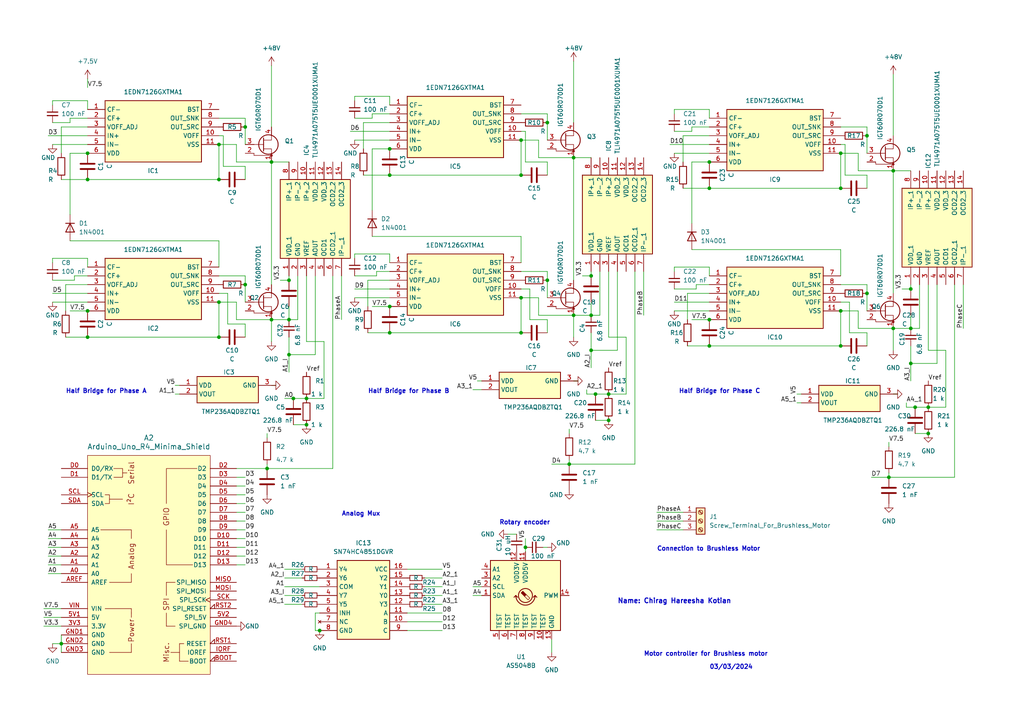
<source format=kicad_sch>
(kicad_sch (version 20230121) (generator eeschema)
  (paper "A4")
  (junction (at 243.84 44.45))
  (junction (at 205.74 54.61))
  (junction (at 264.16 83.82))
  (junction (at 176.53 121.92))
  (junction (at 259.08 49.53))
  (junction (at 92.71 182.88))
  (junction (at 83.82 81.28))
  (junction (at 176.53 114.3))
  (junction (at 269.24 125.73))
  (junction (at 166.37 45.72))
  (junction (at 265.43 118.11))
  (junction (at 63.5 41.91))
  (junction (at 113.03 50.8))
  (junction (at 171.45 91.44))
  (junction (at 63.5 97.79))
  (junction (at 171.45 80.01))
  (junction (at 264.16 105.41))
  (junction (at 25.4 90.17))
  (junction (at 243.84 100.33))
  (junction (at 83.82 102.87))
  (junction (at 205.74 46.99))
  (junction (at 77.47 135.89))
  (junction (at 78.74 46.99))
  (junction (at 243.84 90.17))
  (junction (at 71.12 82.55))
  (junction (at 166.37 91.44))
  (junction (at 264.16 95.25))
  (junction (at 83.82 92.71))
  (junction (at 172.72 114.3))
  (junction (at 259.08 95.25))
  (junction (at 151.13 50.8))
  (junction (at 151.13 86.36))
  (junction (at 165.1 134.62))
  (junction (at 113.03 96.52))
  (junction (at 152.4 158.75))
  (junction (at 205.74 92.71))
  (junction (at 25.4 52.07))
  (junction (at 257.81 138.43))
  (junction (at 251.46 39.37))
  (junction (at 78.74 92.71))
  (junction (at 171.45 101.6))
  (junction (at 151.13 96.52))
  (junction (at 25.4 97.79))
  (junction (at 113.03 43.18))
  (junction (at 63.5 52.07))
  (junction (at 25.4 44.45))
  (junction (at 85.09 115.57))
  (junction (at 63.5 87.63))
  (junction (at 251.46 85.09))
  (junction (at 88.9 115.57))
  (junction (at 243.84 54.61))
  (junction (at 158.75 81.28))
  (junction (at 113.03 88.9))
  (junction (at 88.9 123.19))
  (junction (at 205.74 100.33))
  (junction (at 158.75 35.56))
  (junction (at 269.24 118.11))
  (junction (at 17.78 186.69))
  (junction (at 71.12 36.83))
  (junction (at 151.13 40.64))
  (wire (pts (xy 266.7 82.55) (xy 266.7 95.25)))
  (wire (pts (xy 153.67 92.71) (xy 158.75 92.71)))
  (wire (pts (xy 251.46 50.8) (xy 251.46 54.61)))
  (wire (pts (xy 200.66 72.39) (xy 243.84 72.39)))
  (wire (pts (xy 200.66 36.83) (xy 205.74 36.83)))
  (wire (pts (xy 199.39 85.09) (xy 205.74 85.09)))
  (wire (pts (xy 251.46 82.55) (xy 251.46 85.09)))
  (wire (pts (xy 166.37 45.72) (xy 156.21 45.72)))
  (wire (pts (xy 190.5 151.13) (xy 198.12 151.13)))
  (wire (pts (xy 251.46 36.83) (xy 251.46 39.37)))
  (wire (pts (xy 274.32 118.11) (xy 274.32 101.6)))
  (wire (pts (xy 17.78 52.07) (xy 25.4 52.07)))
  (wire (pts (xy 77.47 125.73) (xy 77.47 127)))
  (wire (pts (xy 20.32 90.17) (xy 25.4 90.17)))
  (wire (pts (xy 264.16 82.55) (xy 264.16 83.82)))
  (wire (pts (xy 274.32 101.6) (xy 269.24 101.6)))
  (wire (pts (xy 113.03 30.48) (xy 113.03 27.94)))
  (wire (pts (xy 83.82 92.71) (xy 78.74 92.71)))
  (wire (pts (xy 251.46 85.09) (xy 251.46 90.17)))
  (wire (pts (xy 166.37 17.78) (xy 166.37 35.56)))
  (wire (pts (xy 171.45 101.6) (xy 179.07 101.6)))
  (wire (pts (xy 78.74 19.05) (xy 78.74 36.83)))
  (wire (pts (xy 205.74 31.75) (xy 195.58 31.75)))
  (wire (pts (xy 68.58 146.05) (xy 71.12 146.05)))
  (wire (pts (xy 245.11 50.8) (xy 251.46 50.8)))
  (wire (pts (xy 50.8 111.76) (xy 52.07 111.76)))
  (wire (pts (xy 20.32 34.29) (xy 20.32 35.56)))
  (wire (pts (xy 71.12 80.01) (xy 71.12 82.55)))
  (wire (pts (xy 83.82 102.87) (xy 83.82 107.95)))
  (wire (pts (xy 262.89 118.11) (xy 265.43 118.11)))
  (wire (pts (xy 259.08 95.25) (xy 259.08 101.6)))
  (wire (pts (xy 20.32 44.45) (xy 25.4 44.45)))
  (wire (pts (xy 21.59 80.01) (xy 25.4 80.01)))
  (wire (pts (xy 170.18 114.3) (xy 172.72 114.3)))
  (wire (pts (xy 198.12 39.37) (xy 205.74 39.37)))
  (wire (pts (xy 86.36 80.01) (xy 86.36 92.71)))
  (wire (pts (xy 107.95 60.96) (xy 107.95 43.18)))
  (wire (pts (xy 200.66 46.99) (xy 205.74 46.99)))
  (wire (pts (xy 63.5 85.09) (xy 66.04 85.09)))
  (wire (pts (xy 12.7 179.07) (xy 17.78 179.07)))
  (wire (pts (xy 83.82 88.9) (xy 83.82 92.71)))
  (wire (pts (xy 231.14 114.3) (xy 232.41 114.3)))
  (wire (pts (xy 195.58 77.47) (xy 195.58 78.74)))
  (wire (pts (xy 181.61 114.3) (xy 181.61 97.79)))
  (wire (pts (xy 179.07 101.6) (xy 179.07 78.74)))
  (wire (pts (xy 123.19 175.26) (xy 128.27 175.26)))
  (wire (pts (xy 68.58 161.29) (xy 71.12 161.29)))
  (wire (pts (xy 151.13 38.1) (xy 152.4 38.1)))
  (wire (pts (xy 20.32 35.56) (xy 15.24 35.56)))
  (wire (pts (xy 170.18 113.03) (xy 170.18 114.3)))
  (wire (pts (xy 243.84 72.39) (xy 243.84 80.01)))
  (wire (pts (xy 251.46 39.37) (xy 251.46 44.45)))
  (wire (pts (xy 166.37 91.44) (xy 156.21 91.44)))
  (wire (pts (xy 68.58 41.91) (xy 63.5 41.91)))
  (wire (pts (xy 279.4 82.55) (xy 279.4 95.25)))
  (wire (pts (xy 137.16 113.03) (xy 139.7 113.03)))
  (wire (pts (xy 19.05 97.79) (xy 25.4 97.79)))
  (wire (pts (xy 17.78 36.83) (xy 25.4 36.83)))
  (wire (pts (xy 71.12 34.29) (xy 71.12 36.83)))
  (wire (pts (xy 151.13 68.58) (xy 151.13 76.2)))
  (wire (pts (xy 13.97 39.37) (xy 25.4 39.37)))
  (wire (pts (xy 205.74 54.61) (xy 243.84 54.61)))
  (wire (pts (xy 166.37 110.49) (xy 167.64 110.49)))
  (wire (pts (xy 194.31 41.91) (xy 205.74 41.91)))
  (wire (pts (xy 201.93 82.55) (xy 205.74 82.55)))
  (wire (pts (xy 118.11 177.8) (xy 128.27 177.8)))
  (wire (pts (xy 68.58 138.43) (xy 71.12 138.43)))
  (wire (pts (xy 21.59 80.01) (xy 21.59 81.28)))
  (wire (pts (xy 64.77 48.26) (xy 71.12 48.26)))
  (wire (pts (xy 101.6 38.1) (xy 113.03 38.1)))
  (wire (pts (xy 171.45 87.63) (xy 171.45 91.44)))
  (wire (pts (xy 99.06 80.01) (xy 99.06 92.71)))
  (wire (pts (xy 68.58 151.13) (xy 71.12 151.13)))
  (wire (pts (xy 25.4 74.93) (xy 25.4 77.47)))
  (wire (pts (xy 151.13 83.82) (xy 153.67 83.82)))
  (wire (pts (xy 269.24 101.6) (xy 269.24 82.55)))
  (wire (pts (xy 201.93 82.55) (xy 201.93 83.82)))
  (wire (pts (xy 259.08 49.53) (xy 259.08 85.09)))
  (wire (pts (xy 165.1 134.62) (xy 184.15 134.62)))
  (wire (pts (xy 15.24 29.21) (xy 15.24 30.48)))
  (wire (pts (xy 172.72 121.92) (xy 176.53 121.92)))
  (wire (pts (xy 123.19 172.72) (xy 128.27 172.72)))
  (wire (pts (xy 66.04 93.98) (xy 71.12 93.98)))
  (wire (pts (xy 190.5 153.67) (xy 198.12 153.67)))
  (wire (pts (xy 171.45 91.44) (xy 166.37 91.44)))
  (wire (pts (xy 87.63 175.26) (xy 82.55 175.26)))
  (wire (pts (xy 91.44 102.87) (xy 91.44 80.01)))
  (wire (pts (xy 87.63 165.1) (xy 82.55 165.1)))
  (wire (pts (xy 195.58 87.63) (xy 205.74 87.63)))
  (wire (pts (xy 68.58 153.67) (xy 71.12 153.67)))
  (wire (pts (xy 158.75 33.02) (xy 158.75 35.56)))
  (wire (pts (xy 25.4 74.93) (xy 15.24 74.93)))
  (wire (pts (xy 151.13 96.52) (xy 151.13 86.36)))
  (wire (pts (xy 87.63 172.72) (xy 82.55 172.72)))
  (wire (pts (xy 248.92 44.45) (xy 243.84 44.45)))
  (wire (pts (xy 176.53 97.79) (xy 176.53 78.74)))
  (wire (pts (xy 151.13 86.36) (xy 156.21 86.36)))
  (wire (pts (xy 25.4 97.79) (xy 63.5 97.79)))
  (wire (pts (xy 88.9 115.57) (xy 93.98 115.57)))
  (wire (pts (xy 107.95 34.29) (xy 102.87 34.29)))
  (wire (pts (xy 88.9 99.06) (xy 88.9 80.01)))
  (wire (pts (xy 259.08 49.53) (xy 264.16 49.53)))
  (wire (pts (xy 152.4 156.21) (xy 152.4 158.75)))
  (wire (pts (xy 186.69 78.74) (xy 186.69 91.44)))
  (wire (pts (xy 93.98 115.57) (xy 93.98 99.06)))
  (wire (pts (xy 165.1 124.46) (xy 165.1 125.73)))
  (wire (pts (xy 171.45 101.6) (xy 171.45 106.68)))
  (wire (pts (xy 157.48 158.75) (xy 158.75 158.75)))
  (wire (pts (xy 152.4 38.1) (xy 152.4 46.99)))
  (wire (pts (xy 20.32 62.23) (xy 20.32 44.45)))
  (wire (pts (xy 156.21 91.44) (xy 156.21 86.36)))
  (wire (pts (xy 158.75 35.56) (xy 158.75 40.64)))
  (wire (pts (xy 85.09 123.19) (xy 88.9 123.19)))
  (wire (pts (xy 156.21 45.72) (xy 156.21 40.64)))
  (wire (pts (xy 245.11 41.91) (xy 245.11 50.8)))
  (wire (pts (xy 91.44 177.8) (xy 91.44 182.88)))
  (wire (pts (xy 205.74 100.33) (xy 243.84 100.33)))
  (wire (pts (xy 264.16 95.25) (xy 259.08 95.25)))
  (wire (pts (xy 87.63 167.64) (xy 82.55 167.64)))
  (wire (pts (xy 68.58 143.51) (xy 71.12 143.51)))
  (wire (pts (xy 107.95 33.02) (xy 107.95 34.29)))
  (wire (pts (xy 153.67 83.82) (xy 153.67 92.71)))
  (wire (pts (xy 109.22 80.01) (xy 102.87 80.01)))
  (wire (pts (xy 205.74 77.47) (xy 205.74 80.01)))
  (wire (pts (xy 251.46 96.52) (xy 251.46 100.33)))
  (wire (pts (xy 252.73 138.43) (xy 257.81 138.43)))
  (wire (pts (xy 195.58 31.75) (xy 195.58 33.02)))
  (wire (pts (xy 243.84 54.61) (xy 243.84 44.45)))
  (wire (pts (xy 68.58 92.71) (xy 68.58 87.63)))
  (wire (pts (xy 102.87 73.66) (xy 102.87 74.93)))
  (wire (pts (xy 113.03 96.52) (xy 151.13 96.52)))
  (wire (pts (xy 25.4 29.21) (xy 15.24 29.21)))
  (wire (pts (xy 259.08 114.3) (xy 260.35 114.3)))
  (wire (pts (xy 137.16 170.18) (xy 139.7 170.18)))
  (wire (pts (xy 262.89 116.84) (xy 262.89 118.11)))
  (wire (pts (xy 199.39 100.33) (xy 205.74 100.33)))
  (wire (pts (xy 168.91 80.01) (xy 171.45 80.01)))
  (wire (pts (xy 17.78 184.15) (xy 17.78 186.69)))
  (wire (pts (xy 106.68 88.9) (xy 106.68 81.28)))
  (wire (pts (xy 102.87 86.36) (xy 113.03 86.36)))
  (wire (pts (xy 151.13 50.8) (xy 151.13 40.64)))
  (wire (pts (xy 107.95 88.9) (xy 113.03 88.9)))
  (wire (pts (xy 77.47 135.89) (xy 96.52 135.89)))
  (wire (pts (xy 243.84 100.33) (xy 243.84 90.17)))
  (wire (pts (xy 195.58 44.45) (xy 205.74 44.45)))
  (wire (pts (xy 105.41 50.8) (xy 113.03 50.8)))
  (wire (pts (xy 83.82 97.79) (xy 83.82 102.87)))
  (wire (pts (xy 107.95 68.58) (xy 151.13 68.58)))
  (wire (pts (xy 158.75 81.28) (xy 158.75 86.36)))
  (wire (pts (xy 68.58 46.99) (xy 68.58 41.91)))
  (wire (pts (xy 158.75 46.99) (xy 158.75 50.8)))
  (wire (pts (xy 152.4 158.75) (xy 152.4 160.02)))
  (wire (pts (xy 166.37 45.72) (xy 166.37 81.28)))
  (wire (pts (xy 78.74 46.99) (xy 68.58 46.99)))
  (wire (pts (xy 113.03 73.66) (xy 102.87 73.66)))
  (wire (pts (xy 71.12 93.98) (xy 71.12 97.79)))
  (wire (pts (xy 265.43 118.11) (xy 269.24 118.11)))
  (wire (pts (xy 19.05 82.55) (xy 25.4 82.55)))
  (wire (pts (xy 264.16 91.44) (xy 264.16 95.25)))
  (wire (pts (xy 109.22 78.74) (xy 113.03 78.74)))
  (wire (pts (xy 68.58 140.97) (xy 71.12 140.97)))
  (wire (pts (xy 68.58 158.75) (xy 71.12 158.75)))
  (wire (pts (xy 173.99 91.44) (xy 171.45 91.44)))
  (wire (pts (xy 93.98 99.06) (xy 88.9 99.06)))
  (wire (pts (xy 151.13 33.02) (xy 158.75 33.02)))
  (wire (pts (xy 63.5 87.63) (xy 68.58 87.63)))
  (wire (pts (xy 264.16 105.41) (xy 271.78 105.41)))
  (wire (pts (xy 63.5 39.37) (xy 64.77 39.37)))
  (wire (pts (xy 15.24 41.91) (xy 25.4 41.91)))
  (wire (pts (xy 82.55 170.18) (xy 92.71 170.18)))
  (wire (pts (xy 78.74 92.71) (xy 78.74 99.06)))
  (wire (pts (xy 102.87 83.82) (xy 113.03 83.82)))
  (wire (pts (xy 243.84 41.91) (xy 245.11 41.91)))
  (wire (pts (xy 86.36 92.71) (xy 83.82 92.71)))
  (wire (pts (xy 78.74 46.99) (xy 78.74 82.55)))
  (wire (pts (xy 85.09 115.57) (xy 88.9 115.57)))
  (wire (pts (xy 257.81 138.43) (xy 276.86 138.43)))
  (wire (pts (xy 77.47 134.62) (xy 77.47 135.89)))
  (wire (pts (xy 158.75 78.74) (xy 158.75 81.28)))
  (wire (pts (xy 78.74 111.76) (xy 80.01 111.76)))
  (wire (pts (xy 269.24 118.11) (xy 274.32 118.11)))
  (wire (pts (xy 147.32 154.94) (xy 149.86 154.94)))
  (wire (pts (xy 261.62 83.82) (xy 264.16 83.82)))
  (wire (pts (xy 81.28 81.28) (xy 83.82 81.28)))
  (wire (pts (xy 246.38 96.52) (xy 251.46 96.52)))
  (wire (pts (xy 109.22 78.74) (xy 109.22 80.01)))
  (wire (pts (xy 68.58 148.59) (xy 71.12 148.59)))
  (wire (pts (xy 171.45 96.52) (xy 171.45 101.6)))
  (wire (pts (xy 71.12 36.83) (xy 71.12 41.91)))
  (wire (pts (xy 17.78 44.45) (xy 17.78 36.83)))
  (wire (pts (xy 96.52 135.89) (xy 96.52 80.01)))
  (wire (pts (xy 257.81 128.27) (xy 257.81 129.54)))
  (wire (pts (xy 200.66 38.1) (xy 195.58 38.1)))
  (wire (pts (xy 13.97 156.21) (xy 17.78 156.21)))
  (wire (pts (xy 113.03 50.8) (xy 151.13 50.8)))
  (wire (pts (xy 63.5 80.01) (xy 71.12 80.01)))
  (wire (pts (xy 13.97 161.29) (xy 17.78 161.29)))
  (wire (pts (xy 200.66 36.83) (xy 200.66 38.1)))
  (wire (pts (xy 246.38 87.63) (xy 246.38 96.52)))
  (wire (pts (xy 264.16 100.33) (xy 264.16 105.41)))
  (wire (pts (xy 152.4 46.99) (xy 158.75 46.99)))
  (wire (pts (xy 64.77 39.37) (xy 64.77 48.26)))
  (wire (pts (xy 151.13 78.74) (xy 158.75 78.74)))
  (wire (pts (xy 107.95 43.18) (xy 113.03 43.18)))
  (wire (pts (xy 257.81 137.16) (xy 257.81 138.43)))
  (wire (pts (xy 172.72 114.3) (xy 176.53 114.3)))
  (wire (pts (xy 13.97 166.37) (xy 17.78 166.37)))
  (wire (pts (xy 19.05 90.17) (xy 19.05 82.55)))
  (wire (pts (xy 160.02 134.62) (xy 165.1 134.62)))
  (wire (pts (xy 78.74 92.71) (xy 68.58 92.71)))
  (wire (pts (xy 243.84 90.17) (xy 248.92 90.17)))
  (wire (pts (xy 166.37 91.44) (xy 166.37 97.79)))
  (wire (pts (xy 71.12 82.55) (xy 71.12 87.63)))
  (wire (pts (xy 248.92 95.25) (xy 248.92 90.17)))
  (wire (pts (xy 20.32 69.85) (xy 63.5 69.85)))
  (wire (pts (xy 68.58 163.83) (xy 71.12 163.83)))
  (wire (pts (xy 243.84 87.63) (xy 246.38 87.63)))
  (wire (pts (xy 190.5 148.59) (xy 198.12 148.59)))
  (wire (pts (xy 20.32 34.29) (xy 25.4 34.29)))
  (wire (pts (xy 15.24 74.93) (xy 15.24 76.2)))
  (wire (pts (xy 92.71 177.8) (xy 91.44 177.8)))
  (wire (pts (xy 266.7 95.25) (xy 264.16 95.25)))
  (wire (pts (xy 137.16 172.72) (xy 139.7 172.72)))
  (wire (pts (xy 102.87 40.64) (xy 113.03 40.64)))
  (wire (pts (xy 106.68 81.28) (xy 113.03 81.28)))
  (wire (pts (xy 113.03 73.66) (xy 113.03 76.2)))
  (wire (pts (xy 91.44 182.88) (xy 92.71 182.88)))
  (wire (pts (xy 68.58 135.89) (xy 77.47 135.89)))
  (wire (pts (xy 105.41 35.56) (xy 113.03 35.56)))
  (wire (pts (xy 21.59 81.28) (xy 15.24 81.28)))
  (wire (pts (xy 243.84 36.83) (xy 251.46 36.83)))
  (wire (pts (xy 12.7 181.61) (xy 17.78 181.61)))
  (wire (pts (xy 199.39 92.71) (xy 199.39 85.09)))
  (wire (pts (xy 105.41 43.18) (xy 105.41 35.56)))
  (wire (pts (xy 200.66 64.77) (xy 200.66 46.99)))
  (wire (pts (xy 181.61 97.79) (xy 176.53 97.79)))
  (wire (pts (xy 200.66 92.71) (xy 205.74 92.71)))
  (wire (pts (xy 15.24 186.69) (xy 17.78 186.69)))
  (wire (pts (xy 195.58 90.17) (xy 205.74 90.17)))
  (wire (pts (xy 82.55 115.57) (xy 85.09 115.57)))
  (wire (pts (xy 176.53 114.3) (xy 181.61 114.3)))
  (wire (pts (xy 15.24 87.63) (xy 25.4 87.63)))
  (wire (pts (xy 63.5 97.79) (xy 63.5 87.63)))
  (wire (pts (xy 63.5 69.85) (xy 63.5 77.47)))
  (wire (pts (xy 15.24 85.09) (xy 25.4 85.09)))
  (wire (pts (xy 171.45 78.74) (xy 171.45 80.01)))
  (wire (pts (xy 259.08 21.59) (xy 259.08 39.37)))
  (wire (pts (xy 71.12 48.26) (xy 71.12 52.07)))
  (wire (pts (xy 265.43 125.73) (xy 269.24 125.73)))
  (wire (pts (xy 259.08 49.53) (xy 248.92 49.53)))
  (wire (pts (xy 271.78 105.41) (xy 271.78 82.55)))
  (wire (pts (xy 50.8 114.3) (xy 52.07 114.3)))
  (wire (pts (xy 83.82 102.87) (xy 91.44 102.87)))
  (wire (pts (xy 25.4 22.86) (xy 25.4 25.4)))
  (wire (pts (xy 158.75 92.71) (xy 158.75 96.52)))
  (wire (pts (xy 156.21 40.64) (xy 151.13 40.64)))
  (wire (pts (xy 17.78 186.69) (xy 17.78 189.23)))
  (wire (pts (xy 13.97 153.67) (xy 17.78 153.67)))
  (wire (pts (xy 113.03 27.94) (xy 102.87 27.94)))
  (wire (pts (xy 205.74 77.47) (xy 195.58 77.47)))
  (wire (pts (xy 243.84 82.55) (xy 251.46 82.55)))
  (wire (pts (xy 165.1 133.35) (xy 165.1 134.62)))
  (wire (pts (xy 83.82 80.01) (xy 83.82 81.28)))
  (wire (pts (xy 66.04 85.09) (xy 66.04 93.98)))
  (wire (pts (xy 248.92 49.53) (xy 248.92 44.45)))
  (wire (pts (xy 264.16 105.41) (xy 264.16 110.49)))
  (wire (pts (xy 231.14 116.84) (xy 232.41 116.84)))
  (wire (pts (xy 118.11 182.88) (xy 128.27 182.88)))
  (wire (pts (xy 198.12 46.99) (xy 198.12 39.37)))
  (wire (pts (xy 25.4 52.07) (xy 63.5 52.07)))
  (wire (pts (xy 78.74 46.99) (xy 83.82 46.99)))
  (wire (pts (xy 13.97 158.75) (xy 17.78 158.75)))
  (wire (pts (xy 13.97 163.83) (xy 17.78 163.83)))
  (wire (pts (xy 12.7 176.53) (xy 17.78 176.53)))
  (wire (pts (xy 138.43 110.49) (xy 139.7 110.49)))
  (wire (pts (xy 173.99 78.74) (xy 173.99 91.44)))
  (wire (pts (xy 118.11 180.34) (xy 128.27 180.34)))
  (wire (pts (xy 166.37 45.72) (xy 171.45 45.72)))
  (wire (pts (xy 160.02 185.42) (xy 160.02 189.23)))
  (wire (pts (xy 106.68 96.52) (xy 113.03 96.52)))
  (wire (pts (xy 118.11 165.1) (xy 128.27 165.1)))
  (wire (pts (xy 198.12 54.61) (xy 205.74 54.61)))
  (wire (pts (xy 276.86 138.43) (xy 276.86 82.55)))
  (wire (pts (xy 205.74 34.29) (xy 205.74 31.75)))
  (wire (pts (xy 184.15 134.62) (xy 184.15 78.74)))
  (wire (pts (xy 107.95 33.02) (xy 113.03 33.02)))
  (wire (pts (xy 201.93 83.82) (xy 195.58 83.82)))
  (wire (pts (xy 63.5 34.29) (xy 71.12 34.29)))
  (wire (pts (xy 123.19 167.64) (xy 128.27 167.64)))
  (wire (pts (xy 102.87 27.94) (xy 102.87 29.21)))
  (wire (pts (xy 25.4 31.75) (xy 25.4 29.21)))
  (wire (pts (xy 63.5 52.07) (xy 63.5 41.91)))
  (wire (pts (xy 259.08 95.25) (xy 248.92 95.25)))
  (wire (pts (xy 68.58 156.21) (xy 71.12 156.21)))
  (wire (pts (xy 123.19 170.18) (xy 128.27 170.18)))
  (text "03/03/2024" (at 205.74 194.31 0) (effects (font (size 1.27 1.27) bold) (justify left bottom)))
  (text "Connection to Brushless Motor" (at 190.5 160.02 0) (effects (font (size 1.27 1.27) bold) (justify left bottom)))
  (text "Half Bridge for Phase A\n" (at 19.05 114.3 0) (effects (font (size 1.27 1.27) bold) (justify left bottom)))
  (text "Half Bridge for Phase C" (at 196.85 114.3 0) (effects (font (size 1.27 1.27) bold) (justify left bottom)))
  (text "Half Bridge for Phase B" (at 106.68 114.3 0) (effects (font (size 1.27 1.27) bold) (justify left bottom)))
  (text "Motor controller for Brushless motor\n" (at 186.69 190.5 0) (effects (font (size 1.27 1.27) bold) (justify left bottom)))
  (text "Analog Mux\n" (at 99.06 149.86 0) (effects (font (size 1.27 1.27) bold) (justify left bottom)))
  (text "Name: Chirag Hareesha Kotian \n" (at 179.07 175.26 0) (effects (font (size 1.4 1.4) (thickness 0.28) bold) (justify left bottom)))
  (text "Rotary encoder\n" (at 144.78 152.4 0) (effects (font (size 1.27 1.27) bold) (justify left bottom)))
  (label "A5" (at 137.16 170.18 0))
  (label "A1_1" (at 50.8 114.3 180))
  (label "Vref" (at 176.53 106.68 0))
  (label "V7.5" (at 20.32 90.17 0))
  (label "D10" (at 71.12 156.21 0))
  (label "PhaseA" (at 190.5 148.59 0))
  (label "A0" (at 13.97 166.37 0))
  (label "V7.5" (at 257.81 128.27 0))
  (label "V5" (at 128.27 165.1 0))
  (label "A4_1" (at 262.89 116.84 0))
  (label "D9" (at 71.12 153.67 0))
  (label "A4" (at 13.97 156.21 0))
  (label "A1" (at 82.55 170.18 180))
  (label "D8" (at 128.27 177.8 0))
  (label "PhaseA" (at 99.06 92.71 90))
  (label "D12" (at 71.12 161.29 0))
  (label "A3" (at 13.97 158.75 0))
  (label "D9" (at 102.87 83.82 0))
  (label "V5" (at 152.4 156.21 90))
  (label "D3" (at 71.12 138.43 0))
  (label "A1_I" (at 128.27 170.18 0))
  (label "A3_1" (at 137.16 113.03 180))
  (label "D6" (at 71.12 146.05 0))
  (label "PhaseB" (at 190.5 151.13 0))
  (label "V5" (at 231.14 114.3 90))
  (label "V3.3" (at 81.28 81.28 90))
  (label "V7.5" (at 25.4 25.4 0))
  (label "A3_1" (at 128.27 175.26 0))
  (label "A1" (at 13.97 163.83 0))
  (label "A2_1" (at 128.27 167.64 0))
  (label "V3.3" (at 168.91 80.01 90))
  (label "V7.5" (at 77.47 125.73 0))
  (label "A1_1" (at 128.27 172.72 0))
  (label "D11" (at 195.58 87.63 0))
  (label "V7.5" (at 107.95 88.9 0))
  (label "A4_1" (at 82.55 165.1 180))
  (label "D11" (at 71.12 158.75 0))
  (label "A4" (at 137.16 172.72 0))
  (label "A3_I" (at 82.55 172.72 180))
  (label "A2_I" (at 82.55 167.64 180))
  (label "A5_1" (at 231.14 116.84 180))
  (label "A2_I" (at 171.45 106.68 90))
  (label "PhaseC" (at 190.5 153.67 0))
  (label "D5" (at 15.24 85.09 0))
  (label "A0" (at 82.55 115.57 0))
  (label "D10" (at 194.31 41.91 0))
  (label "D6" (at 101.6 38.1 0))
  (label "Vref" (at 88.9 107.95 0))
  (label "D4" (at 71.12 140.97 0))
  (label "Vref" (at 269.24 110.49 0))
  (label "A2_1" (at 170.18 113.03 0))
  (label "V7.5" (at 12.7 176.53 0))
  (label "A3_I" (at 264.16 110.49 90))
  (label "V5" (at 50.8 111.76 180))
  (label "PhaseC" (at 279.4 95.25 90))
  (label "D7" (at 252.73 138.43 0))
  (label "V7.5" (at 200.66 92.71 0))
  (label "V3.3" (at 261.62 83.82 90))
  (label "D13" (at 71.12 163.83 0))
  (label "D3" (at 13.97 39.37 0))
  (label "D12" (at 128.27 180.34 0))
  (label "D7" (at 71.12 148.59 0))
  (label "V3.3" (at 12.7 181.61 0))
  (label "D4" (at 160.02 134.62 0))
  (label "A1_I" (at 83.82 107.95 90))
  (label "V7.5" (at 165.1 124.46 0))
  (label "A5_1" (at 82.55 175.26 180))
  (label "A2" (at 13.97 161.29 0))
  (label "A5" (at 13.97 153.67 0))
  (label "V5" (at 12.7 179.07 0))
  (label "V5" (at 138.43 110.49 180))
  (label "PhaseB" (at 186.69 91.44 90))
  (label "D13" (at 128.27 182.88 0))
  (label "D5" (at 71.12 143.51 0))
  (label "D8" (at 71.12 151.13 0))
  (symbol (lib_id "Connector:Screw_Terminal_01x03") (at 203.2 151.13 0) (unit 1)
    (property "Reference" "J1" (at 205.74 149.86 0) (effects (justify left)))
    (property "Value" "Screw_Terminal_For_Brushless_Motor" (at 205.74 152.4 0) (effects (justify left)))
  )
  (symbol (lib_id "SamacSys_Parts:TMP236AQDBZTQ1") (at 52.07 111.76 0) (unit 1)
    (property "Reference" "IC3" (at 64.77 107.95 0) (effects (justify left)))
    (property "Value" "TMP236AQDBZTQ1" (at 58.42 119.38 0) (effects (justify left)))
    (property "Footprint" "SOT95P237X112-3N" (effects hide))
    (property "Datasheet" "https://www.ti.com/lit/ds/symlink/tmp235-q1.pdf?HQS=dis-dk-null-digikeymode-dsf-pf-null-wwe&ts=1622811540803&ref_url=https%253A%252F%252Fwww.digikey.in%252F" (effects hide))
    (property "Height" "1.12" (effects hide))
    (property "Mouser Part Number" "595-TMP236AQDBZTQ1" (effects hide))
    (property "Mouser Price/Stock" "https://www.mouser.co.uk/ProductDetail/Texas-Instruments/TMP236AQDBZTQ1?qs=T3oQrply3y9P8fu58Yw1%2Fw%3D%3D" (effects hide))
    (property "Manufacturer_Name" "Texas Instruments" (effects hide))
    (property "Manufacturer_Part_Number" "TMP236AQDBZTQ1" (effects hide))
  )
  (symbol (lib_id "Diode:1N4001") (at 200.66 68.58 270) (unit 1)
    (property "Reference" "D3" (at 203.2 67.31 90) (effects (justify left)))
    (property "Value" "1N4001" (at 203.2 69.85 90) (effects (justify left)))
    (property "Footprint" "Diode_THT:D_DO-41_SOD81_P10.16mm_Horizontal" (effects hide))
    (property "Datasheet" "http://www.vishay.com/docs/88503/1n4001.pdf" (effects hide))
    (property "Sim.Device" "D" (effects hide))
    (property "Sim.Pins" "1=K 2=A" (effects hide))
  )
  (symbol (lib_id "Device:R") (at 269.24 114.3 0) (unit 1)
    (property "Reference" "R20" (at 270.51 113.03 0) (effects (justify left)))
    (property "Value" "1 k" (at 270.51 115.57 0) (effects (justify left)))
  )
  (symbol (lib_id "Transistor_FET:IGT60R070D1") (at 256.54 90.17 0) (unit 1)
    (property "Reference" "Q6" (at 252.73 88.9 0) (effects (justify left)))
    (property "Value" "IGT60R070D1" (at 255.27 86.36 90) (effects (justify left)))
    (property "Footprint" "Package_TO_SOT_SMD:Infineon_PG-HSOF-8-3_ThermalVias" (effects hide))
    (property "Datasheet" "https://www.infineon.com/dgdl/Infineon-IGT60R070D1-DataSheet-v02_01-EN.pdf?fileId=5546d46265f064ff016686028dd56526" (effects hide))
  )
  (symbol (lib_id "Device:C") (at 172.72 118.11 0) (unit 1)
    (property "Reference" "C20" (at 166.37 116.84 0) (effects (justify left)))
    (property "Value" "226.8 nF" (at 163.83 120.65 0) (effects (justify left)))
  )
  (symbol (lib_id "SamacSys_Parts:SN74HC4851DGVR") (at 92.71 165.1 0) (unit 1)
    (property "Reference" "IC13" (at 105.41 157.48 0))
    (property "Value" "SN74HC4851DGVR" (at 105.41 160.02 0))
    (property "Footprint" "SOP40P640X120-16N" (effects hide))
    (property "Datasheet" "http://www.ti.com/lit/gpn/sn74hc4851" (effects hide))
    (property "Height" "1.2" (effects hide))
    (property "Mouser Part Number" "595-SN74HC4851DGVR" (effects hide))
    (property "Mouser Price/Stock" "https://www.mouser.co.uk/ProductDetail/Texas-Instruments/SN74HC4851DGVR?qs=AgY10sKTvDKmP2FSD8Sgeg%3D%3D" (effects hide))
    (property "Manufacturer_Name" "Texas Instruments" (effects hide))
    (property "Manufacturer_Part_Number" "SN74HC4851DGVR" (effects hide))
  )
  (symbol (lib_id "power:GND") (at 259.08 114.3 90) (unit 1)
    (property "Reference" "#PWR024" (effects hide))
    (property "Value" "GND" (at 259.08 118.11 90))
  )
  (symbol (lib_id "Device:C") (at 265.43 121.92 0) (unit 1)
    (property "Reference" "C30" (at 260.35 120.65 0) (effects (justify left)))
    (property "Value" "226.8 nF" (at 256.54 124.46 0) (effects (justify left)))
  )
  (symbol (lib_id "power:+48V") (at 166.37 17.78 0) (unit 1)
    (property "Reference" "#PWR014" (effects hide))
    (property "Value" "+48V" (at 166.37 13.97 0))
  )
  (symbol (lib_id "power:+48V") (at 259.08 21.59 0) (unit 1)
    (property "Reference" "#PWR022" (effects hide))
    (property "Value" "+48V" (at 259.08 16.51 0))
  )
  (symbol (lib_id "SamacSys_Parts:TMP236AQDBZTQ1") (at 232.41 114.3 0) (unit 1)
    (property "Reference" "IC11" (at 245.11 110.49 0) (effects (justify left)))
    (property "Value" "TMP236AQDBZTQ1" (at 238.76 121.92 0) (effects (justify left)))
    (property "Footprint" "SOT95P237X112-3N" (effects hide))
    (property "Datasheet" "https://www.ti.com/lit/ds/symlink/tmp235-q1.pdf?HQS=dis-dk-null-digikeymode-dsf-pf-null-wwe&ts=1622811540803&ref_url=https%253A%252F%252Fwww.digikey.in%252F" (effects hide))
    (property "Height" "1.12" (effects hide))
    (property "Mouser Part Number" "595-TMP236AQDBZTQ1" (effects hide))
    (property "Mouser Price/Stock" "https://www.mouser.co.uk/ProductDetail/Texas-Instruments/TMP236AQDBZTQ1?qs=T3oQrply3y9P8fu58Yw1%2Fw%3D%3D" (effects hide))
    (property "Manufacturer_Name" "Texas Instruments" (effects hide))
    (property "Manufacturer_Part_Number" "TMP236AQDBZTQ1" (effects hide))
  )
  (symbol (lib_id "power:GND") (at 269.24 125.73 0) (unit 1)
    (property "Reference" "#PWR026" (effects hide))
    (property "Value" "GND" (at 269.24 130.81 0))
  )
  (symbol (lib_id "Device:C") (at 205.74 50.8 0) (unit 1)
    (property "Reference" "C23" (at 209.55 50.8 90))
    (property "Value" "C" (at 212.09 50.8 90))
  )
  (symbol (lib_id "Device:R") (at 88.9 119.38 0) (unit 1)
    (property "Reference" "R3" (at 91.44 118.11 0) (effects (justify left)))
    (property "Value" "1 k" (at 90.17 123.19 0) (effects (justify left)))
  )
  (symbol (lib_id "SamacSys_Parts:1EDN7126GXTMA1") (at 113.03 76.2 0) (unit 1)
    (property "Reference" "IC6" (at 132.08 93.98 0))
    (property "Value" "1EDN7126GXTMA1" (at 132.08 71.12 0))
    (property "Footprint" "1EDN7126GXTMA1" (effects hide))
    (property "Datasheet" "https://www.infineon.com/dgdl/Infineon-DS_1EDN71x6G-DataSheet-v02_01-EN.pdf?fileId=8ac78c8c7c9758f2017ca3b96d9b77a6" (effects hide))
    (property "Height" "0.9" (effects hide))
    (property "Mouser Part Number" "726-1EDN7126GXTMA1" (effects hide))
    (property "Mouser Price/Stock" "https://www.mouser.co.uk/ProductDetail/Infineon-Technologies/1EDN7126GXTMA1?qs=XAiT9M5g4x9CR7CDhoz59g%3D%3D" (effects hide))
    (property "Manufacturer_Name" "Infineon" (effects hide))
    (property "Manufacturer_Part_Number" "1EDN7126GXTMA1" (effects hide))
  )
  (symbol (lib_id "Device:R") (at 77.47 130.81 0) (unit 1)
    (property "Reference" "R2" (at 80.01 129.54 0) (effects (justify left)))
    (property "Value" "4.7 k" (at 80.01 133.35 0) (effects (justify left)))
  )
  (symbol (lib_id "Device:C_Small") (at 149.86 157.48 180) (unit 1)
    (property "Reference" "C31" (at 144.78 160.02 90) (effects (justify right)))
    (property "Value" "10 uH" (at 147.32 161.29 90) (effects (justify right)))
  )
  (symbol (lib_id "Device:R_Small") (at 90.17 167.64 270) (unit 1)
    (property "Reference" "R27" (at 86.36 166.37 90))
    (property "Value" "R" (at 90.17 167.64 90))
  )
  (symbol (lib_id "Device:C") (at 171.45 83.82 0) (unit 1)
    (property "Reference" "C18" (at 168.91 87.63 0) (effects (justify left)))
    (property "Value" "C" (at 168.91 90.17 0) (effects (justify left)))
  )
  (symbol (lib_id "Transistor_FET:IGT60R070D1") (at 163.83 86.36 0) (unit 1)
    (property "Reference" "Q4" (at 160.02 85.09 0) (effects (justify left)))
    (property "Value" "IGT60R070D1" (at 162.56 82.55 90) (effects (justify left)))
    (property "Footprint" "Package_TO_SOT_SMD:Infineon_PG-HSOF-8-3_ThermalVias" (effects hide))
    (property "Datasheet" "https://www.infineon.com/dgdl/Infineon-IGT60R070D1-DataSheet-v02_01-EN.pdf?fileId=5546d46265f064ff016686028dd56526" (effects hide))
  )
  (symbol (lib_id "Device:R_Small") (at 120.65 167.64 90) (unit 1)
    (property "Reference" "R24" (at 124.46 168.91 90))
    (property "Value" "R" (at 120.65 167.64 90))
  )
  (symbol (lib_id "PCM_arduino-library:Arduino_Uno_R4_Minima_Shield") (at 43.18 163.83 0) (unit 1)
    (property "Reference" "A2" (at 43.18 127 0) (effects (font (size 1.524 1.524))))
    (property "Value" "Arduino_Uno_R4_Minima_Shield" (at 43.18 129.54 0) (effects (font (size 1.524 1.524))))
    (property "Footprint" "PCM_arduino-library:Arduino_Uno_R4_Minima_Shield" (effects hide))
    (property "Datasheet" "https://docs.arduino.cc/hardware/uno-r4-minima" (effects hide))
  )
  (symbol (lib_id "power:GND") (at 158.75 158.75 90) (unit 1)
    (property "Reference" "#PWR027" (effects hide))
    (property "Value" "GND" (at 161.29 157.48 90) (effects (justify right)))
  )
  (symbol (lib_id "Device:C_Small") (at 154.94 158.75 90) (unit 1)
    (property "Reference" "C29" (at 156.21 156.21 90))
    (property "Value" "100 nF" (at 157.48 161.29 90))
  )
  (symbol (lib_id "Transistor_FET:IGT60R070D1") (at 163.83 40.64 0) (unit 1)
    (property "Reference" "Q3" (at 170.18 39.624 0) (effects (justify left)))
    (property "Value" "IGT60R070D1" (at 162.56 36.83 90) (effects (justify left)))
    (property "Footprint" "Package_TO_SOT_SMD:Infineon_PG-HSOF-8-3_ThermalVias" (effects hide))
    (property "Datasheet" "https://www.infineon.com/dgdl/Infineon-IGT60R070D1-DataSheet-v02_01-EN.pdf?fileId=5546d46265f064ff016686028dd56526" (effects hide))
  )
  (symbol (lib_id "Device:C") (at 165.1 138.43 0) (unit 1)
    (property "Reference" "C17" (at 168.91 137.16 0) (effects (justify left)))
    (property "Value" "1 nF" (at 168.91 139.7 0) (effects (justify left)))
  )
  (symbol (lib_id "Device:R") (at 17.78 48.26 0) (unit 1)
    (property "Reference" "R4" (at 13.97 49.53 0) (effects (justify left)))
    (property "Value" "R" (at 13.97 52.07 0) (effects (justify left)))
  )
  (symbol (lib_id "power:GND") (at 102.87 86.36 0) (unit 1)
    (property "Reference" "#PWR012" (effects hide))
    (property "Value" "GND" (at 102.87 90.17 0))
  )
  (symbol (lib_id "Device:R") (at 165.1 129.54 0) (unit 1)
    (property "Reference" "R12" (at 167.64 128.27 0) (effects (justify left)))
    (property "Value" "4.7 k" (at 167.64 130.81 0) (effects (justify left)))
  )
  (symbol (lib_id "Device:R") (at 198.12 50.8 0) (unit 1)
    (property "Reference" "R15" (at 193.04 52.07 0) (effects (justify left)))
    (property "Value" "R" (at 194.31 54.61 0) (effects (justify left)))
  )
  (symbol (lib_id "Device:C") (at 85.09 119.38 0) (unit 1)
    (property "Reference" "C5" (at 80.01 118.11 0) (effects (justify left)))
    (property "Value" "226.8 nF" (at 76.2 121.92 0) (effects (justify left)))
  )
  (symbol (lib_id "Device:R_Small") (at 120.65 172.72 90) (unit 1)
    (property "Reference" "R22" (at 124.46 173.99 90))
    (property "Value" "R" (at 120.65 172.72 90))
  )
  (symbol (lib_id "SamacSys_Parts:TMP236AQDBZTQ1") (at 139.7 110.49 0) (unit 1)
    (property "Reference" "IC7" (at 152.4 106.68 0) (effects (justify left)))
    (property "Value" "TMP236AQDBZTQ1" (at 146.05 118.11 0) (effects (justify left)))
    (property "Footprint" "SOT95P237X112-3N" (effects hide))
    (property "Datasheet" "https://www.ti.com/lit/ds/symlink/tmp235-q1.pdf?HQS=dis-dk-null-digikeymode-dsf-pf-null-wwe&ts=1622811540803&ref_url=https%253A%252F%252Fwww.digikey.in%252F" (effects hide))
    (property "Height" "1.12" (effects hide))
    (property "Mouser Part Number" "595-TMP236AQDBZTQ1" (effects hide))
    (property "Mouser Price/Stock" "https://www.mouser.co.uk/ProductDetail/Texas-Instruments/TMP236AQDBZTQ1?qs=T3oQrply3y9P8fu58Yw1%2Fw%3D%3D" (effects hide))
    (property "Manufacturer_Name" "Texas Instruments" (effects hide))
    (property "Manufacturer_Part_Number" "TMP236AQDBZTQ1" (effects hide))
  )
  (symbol (lib_id "power:GND") (at 259.08 101.6 0) (unit 1)
    (property "Reference" "#PWR023" (effects hide))
    (property "Value" "GND" (at 259.08 106.68 0))
  )
  (symbol (lib_id "power:GND") (at 147.32 154.94 270) (unit 1)
    (property "Reference" "#PWR025" (effects hide))
    (property "Value" "GND" (at 143.51 154.94 90) (effects (justify right)))
  )
  (symbol (lib_id "Device:R_Small") (at 90.17 172.72 270) (unit 1)
    (property "Reference" "R28" (at 86.36 171.45 90))
    (property "Value" "R" (at 90.17 172.72 90))
  )
  (symbol (lib_id "SamacSys_Parts:TLI4971A075T5UE0001XUMA1") (at 83.82 80.01 90) (unit 1)
    (property "Reference" "IC4" (at 88.9 41.91 0) (effects (justify right)))
    (property "Value" "TLI4971A075T5UE0001XUMA1" (at 91.44 17.78 0) (effects (justify right)))
    (property "Footprint" "TLI4971A075T5UE0001XUMA1" (effects hide))
    (property "Datasheet" "https://www.infineon.com/dgdl/Infineon-TLI4971_25_50_75_120-DataSheet-v01_30-EN.pdf?fileId=5546d462700c0ae6017034d731621b09" (effects hide))
    (property "Height" "1.1" (effects hide))
    (property "Mouser Part Number" "726-TLI4971A075T5UE1" (effects hide))
    (property "Mouser Price/Stock" "https://www.mouser.co.uk/ProductDetail/Infineon-Technologies/TLI4971A075T5UE0001XUMA1?qs=DRkmTr78QAS6ut1Et506uA%3D%3D" (effects hide))
    (property "Manufacturer_Name" "Infineon" (effects hide))
    (property "Manufacturer_Part_Number" "TLI4971A075T5UE0001XUMA1" (effects hide))
  )
  (symbol (lib_id "power:GND") (at 78.74 111.76 90) (unit 1)
    (property "Reference" "#PWR06" (effects hide))
    (property "Value" "GND" (at 78.74 115.57 90))
  )
  (symbol (lib_id "Device:C_Small") (at 102.87 31.75 0) (unit 1)
    (property "Reference" "C11" (at 105.41 29.21 0) (effects (justify left)))
    (property "Value" "100 nF" (at 105.41 31.75 0) (effects (justify left)))
  )
  (symbol (lib_id "Device:C_Small") (at 15.24 78.74 0) (unit 1)
    (property "Reference" "C8" (at 17.78 76.2 0) (effects (justify left)))
    (property "Value" "100 nF" (at 17.78 78.74 0) (effects (justify left)))
  )
  (symbol (lib_id "Device:R_Small") (at 90.17 175.26 270) (unit 1)
    (property "Reference" "R29" (at 86.36 173.99 90))
    (property "Value" "R" (at 90.17 175.26 90))
  )
  (symbol (lib_id "Device:C") (at 67.31 52.07 90) (unit 1)
    (property "Reference" "C9" (at 67.31 55.88 90))
    (property "Value" "C" (at 67.31 58.42 90))
  )
  (symbol (lib_id "Device:R") (at 247.65 39.37 90) (unit 1)
    (property "Reference" "R17" (at 247.65 39.37 90))
    (property "Value" "R" (at 250.19 41.91 90))
  )
  (symbol (lib_id "power:GND") (at 165.1 142.24 0) (unit 1)
    (property "Reference" "#PWR013" (effects hide))
    (property "Value" "GND" (at 161.29 143.51 0))
  )
  (symbol (lib_id "Device:C_Small") (at 171.45 93.98 0) (unit 1)
    (property "Reference" "C4" (at 168.91 96.52 90) (effects (justify left)))
    (property "Value" "6.8 nF" (at 173.99 99.06 90) (effects (justify left)))
  )
  (symbol (lib_id "Device:C") (at 67.31 97.79 90) (unit 1)
    (property "Reference" "C10" (at 67.31 101.6 90))
    (property "Value" "C" (at 67.31 104.14 90))
  )
  (symbol (lib_id "power:GND") (at 77.47 143.51 0) (unit 1)
    (property "Reference" "#PWR03" (effects hide))
    (property "Value" "GND" (at 77.47 148.59 0))
  )
  (symbol (lib_id "Device:C_Small") (at 102.87 77.47 0) (unit 1)
    (property "Reference" "C12" (at 105.41 74.93 0) (effects (justify left)))
    (property "Value" "100 nF" (at 105.41 77.47 0) (effects (justify left)))
  )
  (symbol (lib_id "power:GND") (at 195.58 90.17 0) (unit 1)
    (property "Reference" "#PWR020" (effects hide))
    (property "Value" "GND" (at 195.58 93.98 0))
  )
  (symbol (lib_id "Transistor_FET:IGT60R070D1") (at 76.2 87.63 0) (unit 1)
    (property "Reference" "Q2" (at 72.39 86.36 0) (effects (justify left)))
    (property "Value" "IGT60R070D1" (at 74.93 83.82 90) (effects (justify left)))
    (property "Footprint" "Package_TO_SOT_SMD:Infineon_PG-HSOF-8-3_ThermalVias" (effects hide))
    (property "Datasheet" "https://www.infineon.com/dgdl/Infineon-IGT60R070D1-DataSheet-v02_01-EN.pdf?fileId=5546d46265f064ff016686028dd56526" (effects hide))
  )
  (symbol (lib_id "Device:R") (at 154.94 35.56 90) (unit 1)
    (property "Reference" "R10" (at 154.94 35.56 90))
    (property "Value" "R" (at 157.48 38.1 90))
  )
  (symbol (lib_id "SamacSys_Parts:1EDN7126GXTMA1") (at 113.03 30.48 0) (unit 1)
    (property "Reference" "IC5" (at 132.08 48.26 0))
    (property "Value" "1EDN7126GXTMA1" (at 132.08 25.4 0))
    (property "Footprint" "1EDN7126GXTMA1" (effects hide))
    (property "Datasheet" "https://www.infineon.com/dgdl/Infineon-DS_1EDN71x6G-DataSheet-v02_01-EN.pdf?fileId=8ac78c8c7c9758f2017ca3b96d9b77a6" (effects hide))
    (property "Height" "0.9" (effects hide))
    (property "Mouser Part Number" "726-1EDN7126GXTMA1" (effects hide))
    (property "Mouser Price/Stock" "https://www.mouser.co.uk/ProductDetail/Infineon-Technologies/1EDN7126GXTMA1?qs=XAiT9M5g4x9CR7CDhoz59g%3D%3D" (effects hide))
    (property "Manufacturer_Name" "Infineon" (effects hide))
    (property "Manufacturer_Part_Number" "1EDN7126GXTMA1" (effects hide))
  )
  (symbol (lib_id "Device:R_Small") (at 120.65 175.26 90) (unit 1)
    (property "Reference" "R25" (at 124.46 176.53 90))
    (property "Value" "R" (at 120.65 175.26 90))
  )
  (symbol (lib_id "power:GND") (at 166.37 97.79 0) (unit 1)
    (property "Reference" "#PWR015" (effects hide))
    (property "Value" "GND" (at 166.37 102.87 0))
  )
  (symbol (lib_id "Device:R") (at 106.68 92.71 0) (unit 1)
    (property "Reference" "R9" (at 102.87 92.71 0) (effects (justify left)))
    (property "Value" "R" (at 102.87 95.25 0) (effects (justify left)))
  )
  (symbol (lib_id "power:GND") (at 102.87 40.64 0) (unit 1)
    (property "Reference" "#PWR011" (effects hide))
    (property "Value" "GND" (at 101.6 44.45 0))
  )
  (symbol (lib_id "Device:C") (at 25.4 48.26 0) (unit 1)
    (property "Reference" "C1" (at 29.21 48.26 90))
    (property "Value" "C" (at 31.75 48.26 90))
  )
  (symbol (lib_id "Device:R") (at 105.41 46.99 0) (unit 1)
    (property "Reference" "R8" (at 101.6 48.26 0) (effects (justify left)))
    (property "Value" "R" (at 101.6 50.8 0) (effects (justify left)))
  )
  (symbol (lib_id "Device:C") (at 25.4 93.98 0) (unit 1)
    (property "Reference" "C2" (at 29.21 93.98 90))
    (property "Value" "C" (at 31.75 93.98 90))
  )
  (symbol (lib_id "Device:R") (at 88.9 111.76 0) (unit 1)
    (property "Reference" "R1" (at 91.44 110.49 0) (effects (justify left)))
    (property "Value" "1 k" (at 90.17 114.3 0) (effects (justify left)))
  )
  (symbol (lib_id "Diode:1N4001") (at 20.32 66.04 270) (unit 1)
    (property "Reference" "D1" (at 22.86 64.77 90) (effects (justify left)))
    (property "Value" "1N4001" (at 22.86 67.31 90) (effects (justify left)))
    (property "Footprint" "Diode_THT:D_DO-41_SOD81_P10.16mm_Horizontal" (effects hide))
    (property "Datasheet" "http://www.vishay.com/docs/88503/1n4001.pdf" (effects hide))
    (property "Sim.Device" "D" (effects hide))
    (property "Sim.Pins" "1=K 2=A" (effects hide))
  )
  (symbol (lib_id "power:GND") (at 15.24 41.91 0) (unit 1)
    (property "Reference" "#PWR09" (effects hide))
    (property "Value" "GND" (at 13.97 45.72 0))
  )
  (symbol (lib_id "Device:R") (at 269.24 121.92 0) (unit 1)
    (property "Reference" "R21" (at 271.78 120.65 0) (effects (justify left)))
    (property "Value" "1 k" (at 271.78 123.19 0) (effects (justify left)))
  )
  (symbol (lib_id "power:+48V") (at 78.74 19.05 0) (unit 1)
    (property "Reference" "#PWR02" (effects hide))
    (property "Value" "+48V" (at 78.74 13.97 0))
  )
  (symbol (lib_id "Device:C") (at 247.65 100.33 90) (unit 1)
    (property "Reference" "C26" (at 247.65 104.14 90))
    (property "Value" "C" (at 247.65 106.68 90))
  )
  (symbol (lib_id "SamacSys_Parts:1EDN7126GXTMA1") (at 25.4 31.75 0) (unit 1)
    (property "Reference" "IC1" (at 44.45 49.53 0))
    (property "Value" "1EDN7126GXTMA1" (at 44.45 26.67 0))
    (property "Footprint" "1EDN7126GXTMA1" (effects hide))
    (property "Datasheet" "https://www.infineon.com/dgdl/Infineon-DS_1EDN71x6G-DataSheet-v02_01-EN.pdf?fileId=8ac78c8c7c9758f2017ca3b96d9b77a6" (effects hide))
    (property "Height" "0.9" (effects hide))
    (property "Mouser Part Number" "726-1EDN7126GXTMA1" (effects hide))
    (property "Mouser Price/Stock" "https://www.mouser.co.uk/ProductDetail/Infineon-Technologies/1EDN7126GXTMA1?qs=XAiT9M5g4x9CR7CDhoz59g%3D%3D" (effects hide))
    (property "Manufacturer_Name" "Infineon" (effects hide))
    (property "Manufacturer_Part_Number" "1EDN7126GXTMA1" (effects hide))
  )
  (symbol (lib_id "power:GND") (at 88.9 123.19 0) (unit 1)
    (property "Reference" "#PWR05" (effects hide))
    (property "Value" "GND" (at 88.9 128.27 0))
  )
  (symbol (lib_id "Transistor_FET:IGT60R070D1") (at 76.2 41.91 0) (unit 1)
    (property "Reference" "Q1" (at 82.55 40.894 0) (effects (justify left)))
    (property "Value" "IGT60R070D1" (at 74.93 38.1 90) (effects (justify left)))
    (property "Footprint" "Package_TO_SOT_SMD:Infineon_PG-HSOF-8-3_ThermalVias" (effects hide))
    (property "Datasheet" "https://www.infineon.com/dgdl/Infineon-IGT60R070D1-DataSheet-v02_01-EN.pdf?fileId=5546d46265f064ff016686028dd56526" (effects hide))
  )
  (symbol (lib_id "power:GND") (at 195.58 44.45 0) (unit 1)
    (property "Reference" "#PWR019" (effects hide))
    (property "Value" "GND" (at 194.31 48.26 0))
  )
  (symbol (lib_id "power:GND") (at 166.37 110.49 90) (unit 1)
    (property "Reference" "#PWR016" (effects hide))
    (property "Value" "GND" (at 166.37 114.3 90))
  )
  (symbol (lib_id "power:GND") (at 68.58 181.61 90) (unit 1)
    (property "Reference" "#PWR028" (effects hide))
    (property "Value" "GND" (at 71.12 181.61 90) (effects (justify right)))
  )
  (symbol (lib_id "SamacSys_Parts:1EDN7126GXTMA1") (at 25.4 77.47 0) (unit 1)
    (property "Reference" "IC2" (at 44.45 95.25 0))
    (property "Value" "1EDN7126GXTMA1" (at 44.45 72.39 0))
    (property "Footprint" "1EDN7126GXTMA1" (effects hide))
    (property "Datasheet" "https://www.infineon.com/dgdl/Infineon-DS_1EDN71x6G-DataSheet-v02_01-EN.pdf?fileId=8ac78c8c7c9758f2017ca3b96d9b77a6" (effects hide))
    (property "Height" "0.9" (effects hide))
    (property "Mouser Part Number" "726-1EDN7126GXTMA1" (effects hide))
    (property "Mouser Price/Stock" "https://www.mouser.co.uk/ProductDetail/Infineon-Technologies/1EDN7126GXTMA1?qs=XAiT9M5g4x9CR7CDhoz59g%3D%3D" (effects hide))
    (property "Manufacturer_Name" "Infineon" (effects hide))
    (property "Manufacturer_Part_Number" "1EDN7126GXTMA1" (effects hide))
  )
  (symbol (lib_id "Device:C") (at 77.47 139.7 0) (unit 1)
    (property "Reference" "C3" (at 81.28 138.43 0) (effects (justify left)))
    (property "Value" "1 nF" (at 81.28 140.97 0) (effects (justify left)))
  )
  (symbol (lib_id "Device:C") (at 113.03 92.71 0) (unit 1)
    (property "Reference" "C14" (at 116.84 92.71 90))
    (property "Value" "C" (at 119.38 92.71 90))
  )
  (symbol (lib_id "Device:R") (at 67.31 82.55 90) (unit 1)
    (property "Reference" "R7" (at 67.31 82.55 90))
    (property "Value" "R" (at 69.85 85.09 90))
  )
  (symbol (lib_id "Device:C") (at 247.65 54.61 90) (unit 1)
    (property "Reference" "C25" (at 247.65 58.42 90))
    (property "Value" "C" (at 247.65 60.96 90))
  )
  (symbol (lib_id "power:GND") (at 78.74 99.06 0) (unit 1)
    (property "Reference" "#PWR01" (effects hide))
    (property "Value" "GND" (at 78.74 104.14 0))
  )
  (symbol (lib_id "SamacSys_Parts:TLI4971A075T5UE0001XUMA1") (at 264.16 82.55 90) (unit 1)
    (property "Reference" "IC12" (at 269.24 44.45 0) (effects (justify right)))
    (property "Value" "TLI4971A075T5UE0001XUMA1" (at 271.78 20.32 0) (effects (justify right)))
    (property "Footprint" "TLI4971A075T5UE0001XUMA1" (effects hide))
    (property "Datasheet" "https://www.infineon.com/dgdl/Infineon-TLI4971_25_50_75_120-DataSheet-v01_30-EN.pdf?fileId=5546d462700c0ae6017034d731621b09" (effects hide))
    (property "Height" "1.1" (effects hide))
    (property "Mouser Part Number" "726-TLI4971A075T5UE1" (effects hide))
    (property "Mouser Price/Stock" "https://www.mouser.co.uk/ProductDetail/Infineon-Technologies/TLI4971A075T5UE0001XUMA1?qs=DRkmTr78QAS6ut1Et506uA%3D%3D" (effects hide))
    (property "Manufacturer_Name" "Infineon" (effects hide))
    (property "Manufacturer_Part_Number" "TLI4971A075T5UE0001XUMA1" (effects hide))
  )
  (symbol (lib_id "Device:C") (at 154.94 50.8 90) (unit 1)
    (property "Reference" "C15" (at 154.94 54.61 90))
    (property "Value" "C" (at 154.94 57.15 90))
  )
  (symbol (lib_id "Device:R") (at 247.65 85.09 90) (unit 1)
    (property "Reference" "R18" (at 247.65 85.09 90))
    (property "Value" "R" (at 250.19 87.63 90))
  )
  (symbol (lib_id "Device:R") (at 257.81 133.35 0) (unit 1)
    (property "Reference" "R19" (at 260.35 132.08 0) (effects (justify left)))
    (property "Value" "4.7 k" (at 260.35 134.62 0) (effects (justify left)))
  )
  (symbol (lib_id "Device:C") (at 113.03 46.99 0) (unit 1)
    (property "Reference" "C13" (at 116.84 46.99 90))
    (property "Value" "C" (at 119.38 46.99 90))
  )
  (symbol (lib_id "Device:C") (at 83.82 85.09 0) (unit 1)
    (property "Reference" "C6" (at 81.28 88.9 0) (effects (justify left)))
    (property "Value" "C" (at 81.28 91.44 0) (effects (justify left)))
  )
  (symbol (lib_id "Device:R_Small") (at 120.65 170.18 90) (unit 1)
    (property "Reference" "R23" (at 124.46 171.45 90))
    (property "Value" "R" (at 120.65 170.18 90))
  )
  (symbol (lib_id "power:GND") (at 176.53 121.92 0) (unit 1)
    (property "Reference" "#PWR018" (effects hide))
    (property "Value" "GND" (at 176.53 127 0))
  )
  (symbol (lib_id "Device:C_Small") (at 195.58 81.28 0) (unit 1)
    (property "Reference" "C22" (at 198.12 78.74 0) (effects (justify left)))
    (property "Value" "100 nF" (at 198.12 81.28 0) (effects (justify left)))
  )
  (symbol (lib_id "Device:C_Small") (at 195.58 35.56 0) (unit 1)
    (property "Reference" "C21" (at 198.12 33.02 0) (effects (justify left)))
    (property "Value" "100 nF" (at 198.12 35.56 0) (effects (justify left)))
  )
  (symbol (lib_id "Device:C_Small") (at 264.16 97.79 0) (unit 1)
    (property "Reference" "C19" (at 261.62 100.33 90) (effects (justify left)))
    (property "Value" "6.8 nF" (at 266.7 102.87 90) (effects (justify left)))
  )
  (symbol (lib_id "Device:R") (at 176.53 110.49 0) (unit 1)
    (property "Reference" "R13" (at 177.8 110.49 0) (effects (justify left)))
    (property "Value" "1 k" (at 177.8 113.03 0) (effects (justify left)))
  )
  (symbol (lib_id "Device:C") (at 205.74 96.52 0) (unit 1)
    (property "Reference" "C24" (at 209.55 96.52 90))
    (property "Value" "C" (at 212.09 96.52 90))
  )
  (symbol (lib_id "Sensor_Magnetic:AS5048B") (at 152.4 172.72 0) (unit 1)
    (property "Reference" "U1" (at 151.13 190.5 0))
    (property "Value" "AS5048B" (at 151.13 193.04 0))
    (property "Footprint" "Package_SO:TSSOP-14_4.4x5mm_P0.65mm" (effects hide))
    (property "Datasheet" "https://ams.com/documents/20143/36005/AS5048_DS000298_4-00.pdf" (effects hide))
  )
  (symbol (lib_id "Transistor_FET:IGT60R070D1") (at 256.54 44.45 0) (unit 1)
    (property "Reference" "Q5" (at 262.89 43.434 0) (effects (justify left)))
    (property "Value" "IGT60R070D1" (at 255.27 40.64 90) (effects (justify left)))
    (property "Footprint" "Package_TO_SOT_SMD:Infineon_PG-HSOF-8-3_ThermalVias" (effects hide))
    (property "Datasheet" "https://www.infineon.com/dgdl/Infineon-IGT60R070D1-DataSheet-v02_01-EN.pdf?fileId=5546d46265f064ff016686028dd56526" (effects hide))
  )
  (symbol (lib_id "Device:R") (at 19.05 93.98 0) (unit 1)
    (property "Reference" "R6" (at 15.24 93.98 0) (effects (justify left)))
    (property "Value" "R" (at 15.24 96.52 0) (effects (justify left)))
  )
  (symbol (lib_id "SamacSys_Parts:1EDN7126GXTMA1") (at 205.74 34.29 0) (unit 1)
    (property "Reference" "IC9" (at 224.79 52.07 0))
    (property "Value" "1EDN7126GXTMA1" (at 224.79 29.21 0))
    (property "Footprint" "1EDN7126GXTMA1" (effects hide))
    (property "Datasheet" "https://www.infineon.com/dgdl/Infineon-DS_1EDN71x6G-DataSheet-v02_01-EN.pdf?fileId=8ac78c8c7c9758f2017ca3b96d9b77a6" (effects hide))
    (property "Height" "0.9" (effects hide))
    (property "Mouser Part Number" "726-1EDN7126GXTMA1" (effects hide))
    (property "Mouser Price/Stock" "https://www.mouser.co.uk/ProductDetail/Infineon-Technologies/1EDN7126GXTMA1?qs=XAiT9M5g4x9CR7CDhoz59g%3D%3D" (effects hide))
    (property "Manufacturer_Name" "Infineon" (effects hide))
    (property "Manufacturer_Part_Number" "1EDN7126GXTMA1" (effects hide))
  )
  (symbol (lib_id "Device:R_Small") (at 90.17 165.1 270) (unit 1)
    (property "Reference" "R26" (at 86.36 163.83 90))
    (property "Value" "R" (at 90.17 165.1 90))
  )
  (symbol (lib_id "Device:C_Small") (at 15.24 33.02 0) (unit 1)
    (property "Reference" "C7" (at 17.78 30.48 0) (effects (justify left)))
    (property "Value" "100 nF" (at 17.78 33.02 0) (effects (justify left)))
  )
  (symbol (lib_id "SamacSys_Parts:TLI4971A075T5UE0001XUMA1") (at 171.45 78.74 90) (unit 1)
    (property "Reference" "IC8" (at 176.53 40.64 0) (effects (justify right)))
    (property "Value" "TLI4971A075T5UE0001XUMA1" (at 179.07 16.51 0) (effects (justify right)))
    (property "Footprint" "TLI4971A075T5UE0001XUMA1" (effects hide))
    (property "Datasheet" "https://www.infineon.com/dgdl/Infineon-TLI4971_25_50_75_120-DataSheet-v01_30-EN.pdf?fileId=5546d462700c0ae6017034d731621b09" (effects hide))
    (property "Height" "1.1" (effects hide))
    (property "Mouser Part Number" "726-TLI4971A075T5UE1" (effects hide))
    (property "Mouser Price/Stock" "https://www.mouser.co.uk/ProductDetail/Infineon-Technologies/TLI4971A075T5UE0001XUMA1?qs=DRkmTr78QAS6ut1Et506uA%3D%3D" (effects hide))
    (property "Manufacturer_Name" "Infineon" (effects hide))
    (property "Manufacturer_Part_Number" "TLI4971A075T5UE0001XUMA1" (effects hide))
  )
  (symbol (lib_id "Device:C") (at 154.94 96.52 90) (unit 1)
    (property "Reference" "C16" (at 154.94 100.33 90))
    (property "Value" "C" (at 154.94 102.87 90))
  )
  (symbol (lib_id "power:+7.5V") (at 25.4 22.86 0) (unit 1)
    (property "Reference" "#PWR07" (effects hide))
    (property "Value" "+7.5V" (at 25.4 17.78 0))
  )
  (symbol (lib_id "Device:R") (at 67.31 36.83 90) (unit 1)
    (property "Reference" "R5" (at 67.31 36.83 90))
    (property "Value" "R" (at 69.85 39.37 90))
  )
  (symbol (lib_id "Device:R") (at 154.94 81.28 90) (unit 1)
    (property "Reference" "R11" (at 154.94 81.28 90))
    (property "Value" "R" (at 157.48 83.82 90))
  )
  (symbol (lib_id "Device:C_Small") (at 83.82 95.25 0) (unit 1)
    (property "Reference" "C32" (at 81.28 97.79 90) (effects (justify left)))
    (property "Value" "6.8 nF" (at 86.36 100.33 90) (effects (justify left)))
  )
  (symbol (lib_id "power:GND") (at 92.71 182.88 0) (unit 1)
    (property "Reference" "#PWR04" (effects hide))
    (property "Value" "GND" (at 92.71 187.96 0))
  )
  (symbol (lib_id "Device:R") (at 176.53 118.11 0) (unit 1)
    (property "Reference" "R14" (at 179.07 116.84 0) (effects (justify left)))
    (property "Value" "1 k" (at 179.07 119.38 0) (effects (justify left)))
  )
  (symbol (lib_id "power:GND") (at 15.24 87.63 0) (unit 1)
    (property "Reference" "#PWR010" (effects hide))
    (property "Value" "GND" (at 15.24 91.44 0))
  )
  (symbol (lib_id "power:GND") (at 15.24 186.69 0) (unit 1)
    (property "Reference" "#PWR08" (effects hide))
    (property "Value" "GND" (at 15.24 191.77 0))
  )
  (symbol (lib_id "Diode:1N4001") (at 107.95 64.77 270) (unit 1)
    (property "Reference" "D2" (at 110.49 63.5 90) (effects (justify left)))
    (property "Value" "1N4001" (at 110.49 66.04 90) (effects (justify left)))
    (property "Footprint" "Diode_THT:D_DO-41_SOD81_P10.16mm_Horizontal" (effects hide))
    (property "Datasheet" "http://www.vishay.com/docs/88503/1n4001.pdf" (effects hide))
    (property "Sim.Device" "D" (effects hide))
    (property "Sim.Pins" "1=K 2=A" (effects hide))
  )
  (symbol (lib_id "Device:C") (at 264.16 87.63 0) (unit 1)
    (property "Reference" "C28" (at 261.62 91.44 0) (effects (justify left)))
    (property "Value" "C" (at 261.62 93.98 0) (effects (justify left)))
  )
  (symbol (lib_id "power:GND") (at 160.02 189.23 0) (unit 1)
    (property "Reference" "#PWR017" (effects hide))
    (property "Value" "GND" (at 160.02 194.31 0))
  )
  (symbol (lib_id "SamacSys_Parts:1EDN7126GXTMA1") (at 205.74 80.01 0) (unit 1)
    (property "Reference" "IC10" (at 224.79 97.79 0))
    (property "Value" "1EDN7126GXTMA1" (at 224.79 74.93 0))
    (property "Footprint" "1EDN7126GXTMA1" (effects hide))
    (property "Datasheet" "https://www.infineon.com/dgdl/Infineon-DS_1EDN71x6G-DataSheet-v02_01-EN.pdf?fileId=8ac78c8c7c9758f2017ca3b96d9b77a6" (effects hide))
    (property "Height" "0.9" (effects hide))
    (property "Mouser Part Number" "726-1EDN7126GXTMA1" (effects hide))
    (property "Mouser Price/Stock" "https://www.mouser.co.uk/ProductDetail/Infineon-Technologies/1EDN7126GXTMA1?qs=XAiT9M5g4x9CR7CDhoz59g%3D%3D" (effects hide))
    (property "Manufacturer_Name" "Infineon" (effects hide))
    (property "Manufacturer_Part_Number" "1EDN7126GXTMA1" (effects hide))
  )
  (symbol (lib_id "Device:R") (at 199.39 96.52 0) (unit 1)
    (property "Reference" "R16" (at 194.31 96.52 0) (effects (justify left)))
    (property "Value" "R" (at 195.58 99.06 0) (effects (justify left)))
  )
  (symbol (lib_id "Device:C") (at 257.81 142.24 0) (unit 1)
    (property "Reference" "C27" (at 261.62 140.97 0) (effects (justify left)))
    (property "Value" "1 nF" (at 261.62 143.51 0) (effects (justify left)))
  )
  (symbol (lib_id "power:GND") (at 257.81 146.05 0) (unit 1)
    (property "Reference" "#PWR021" (effects hide))
    (property "Value" "GND" (at 257.81 151.13 0))
  )
)
</source>
